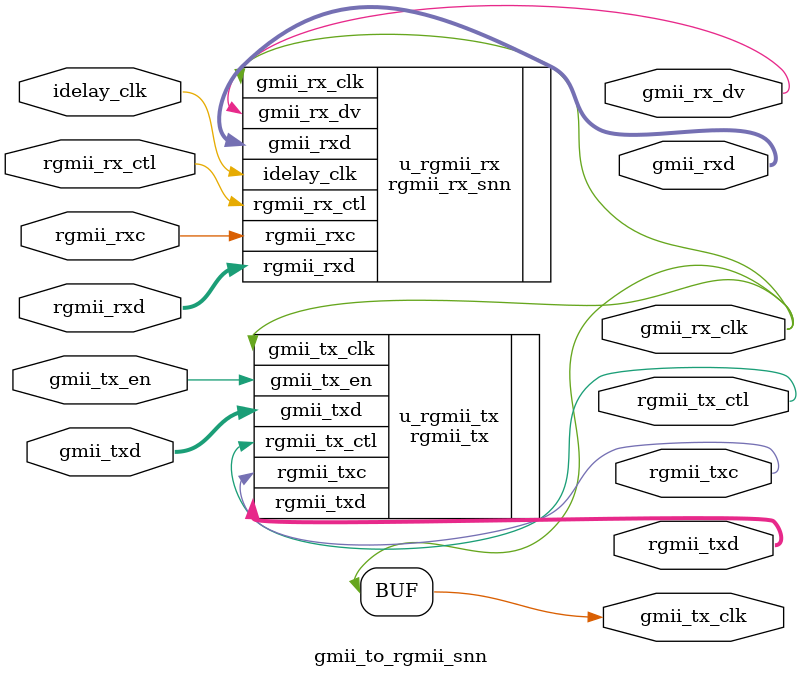
<source format=v>

module gmii_to_rgmii(
    input              idelay_clk  , //IDELAYʱ��
    //��̫��GMII�ӿ�
    output             gmii_rx_clk , //GMII����ʱ��
    output             gmii_rx_dv  , //GMII����������Ч�ź�
    output      [7:0]  gmii_rxd    , //GMII��������
    output             gmii_tx_clk , //GMII����ʱ��
    input              gmii_tx_en  , //GMII��������ʹ���ź�
    input       [7:0]  gmii_txd    , //GMII��������            
    //��̫��RGMII�ӿ�   
    input              rgmii_rxc   , //RGMII����ʱ��
    input              rgmii_rx_ctl, //RGMII�������ݿ����ź�
    input       [3:0]  rgmii_rxd   , //RGMII��������
    output             rgmii_txc   , //RGMII����ʱ��    
    output             rgmii_tx_ctl, //RGMII�������ݿ����ź�
    output      [3:0]  rgmii_txd     //RGMII��������          
    );

//parameter define
parameter IDELAY_VALUE = 0;  //��������IO��ʱ(���Ϊn,��ʾ��ʱn*78ps) 

//*****************************************************
//**                    main code
//*****************************************************

assign gmii_tx_clk = gmii_rx_clk;

//RGMII����
rgmii_rx 
    #(
     .IDELAY_VALUE  (IDELAY_VALUE)
     )
    u_rgmii_rx(
    .idelay_clk    (idelay_clk),
    .gmii_rx_clk   (gmii_rx_clk),
    .rgmii_rxc     (rgmii_rxc   ),
    .rgmii_rx_ctl  (rgmii_rx_ctl),
    .rgmii_rxd     (rgmii_rxd   ),
    
    .gmii_rx_dv    (gmii_rx_dv ),
    .gmii_rxd      (gmii_rxd   )
    );

//RGMII����
rgmii_tx u_rgmii_tx(
    .gmii_tx_clk   (gmii_tx_clk ),
    .gmii_tx_en    (gmii_tx_en  ),
    .gmii_txd      (gmii_txd    ),
              
    .rgmii_txc     (rgmii_txc   ),
    .rgmii_tx_ctl  (rgmii_tx_ctl),
    .rgmii_txd     (rgmii_txd   )
    );

endmodule

module gmii_to_rgmii_snn(
    input              idelay_clk  , //IDELAYʱ��
    //��̫��GMII�ӿ�
    output             gmii_rx_clk , //GMII����ʱ��
    output             gmii_rx_dv  , //GMII����������Ч�ź�
    output      [7:0]  gmii_rxd    , //GMII��������
    output             gmii_tx_clk , //GMII����ʱ��
    input              gmii_tx_en  , //GMII��������ʹ���ź�
    input       [7:0]  gmii_txd    , //GMII��������            
    //��̫��RGMII�ӿ�   
    input              rgmii_rxc   , //RGMII����ʱ��
    input              rgmii_rx_ctl, //RGMII�������ݿ����ź�
    input       [3:0]  rgmii_rxd   , //RGMII��������
    output             rgmii_txc   , //RGMII����ʱ��    
    output             rgmii_tx_ctl, //RGMII�������ݿ����ź�
    output      [3:0]  rgmii_txd     //RGMII��������          
    );

//parameter define
parameter IDELAY_VALUE = 0;  //��������IO��ʱ(���Ϊn,��ʾ��ʱn*78ps) 

//*****************************************************
//**                    main code
//*****************************************************

assign gmii_tx_clk = gmii_rx_clk;

//RGMII����
rgmii_rx_snn 
    #(
     .IDELAY_VALUE  (IDELAY_VALUE)
     )
    u_rgmii_rx(
    .idelay_clk    (idelay_clk),
    .gmii_rx_clk   (gmii_rx_clk),
    .rgmii_rxc     (rgmii_rxc   ),
    .rgmii_rx_ctl  (rgmii_rx_ctl),
    .rgmii_rxd     (rgmii_rxd   ),
    
    .gmii_rx_dv    (gmii_rx_dv ),
    .gmii_rxd      (gmii_rxd   )
    );

//RGMII����
rgmii_tx u_rgmii_tx(
    .gmii_tx_clk   (gmii_tx_clk ),
    .gmii_tx_en    (gmii_tx_en  ),
    .gmii_txd      (gmii_txd    ),
              
    .rgmii_txc     (rgmii_txc   ),
    .rgmii_tx_ctl  (rgmii_tx_ctl),
    .rgmii_txd     (rgmii_txd   )
    );

endmodule
</source>
